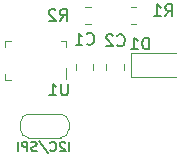
<source format=gbr>
%TF.GenerationSoftware,KiCad,Pcbnew,7.0.7-7.0.7~ubuntu23.04.1*%
%TF.CreationDate,2023-09-21T08:09:45+00:00*%
%TF.ProjectId,ALTIMET02,414c5449-4d45-4543-9032-2e6b69636164,rev?*%
%TF.SameCoordinates,Original*%
%TF.FileFunction,Legend,Bot*%
%TF.FilePolarity,Positive*%
%FSLAX46Y46*%
G04 Gerber Fmt 4.6, Leading zero omitted, Abs format (unit mm)*
G04 Created by KiCad (PCBNEW 7.0.7-7.0.7~ubuntu23.04.1) date 2023-09-21 08:09:45*
%MOMM*%
%LPD*%
G01*
G04 APERTURE LIST*
%ADD10C,0.150000*%
%ADD11C,0.120000*%
G04 APERTURE END LIST*
D10*
X132771427Y-115762295D02*
X132771427Y-114962295D01*
X132428571Y-115038485D02*
X132390475Y-115000390D01*
X132390475Y-115000390D02*
X132314285Y-114962295D01*
X132314285Y-114962295D02*
X132123809Y-114962295D01*
X132123809Y-114962295D02*
X132047618Y-115000390D01*
X132047618Y-115000390D02*
X132009523Y-115038485D01*
X132009523Y-115038485D02*
X131971428Y-115114676D01*
X131971428Y-115114676D02*
X131971428Y-115190866D01*
X131971428Y-115190866D02*
X132009523Y-115305152D01*
X132009523Y-115305152D02*
X132466666Y-115762295D01*
X132466666Y-115762295D02*
X131971428Y-115762295D01*
X131171427Y-115686104D02*
X131209523Y-115724200D01*
X131209523Y-115724200D02*
X131323808Y-115762295D01*
X131323808Y-115762295D02*
X131399999Y-115762295D01*
X131399999Y-115762295D02*
X131514285Y-115724200D01*
X131514285Y-115724200D02*
X131590475Y-115648009D01*
X131590475Y-115648009D02*
X131628570Y-115571819D01*
X131628570Y-115571819D02*
X131666666Y-115419438D01*
X131666666Y-115419438D02*
X131666666Y-115305152D01*
X131666666Y-115305152D02*
X131628570Y-115152771D01*
X131628570Y-115152771D02*
X131590475Y-115076580D01*
X131590475Y-115076580D02*
X131514285Y-115000390D01*
X131514285Y-115000390D02*
X131399999Y-114962295D01*
X131399999Y-114962295D02*
X131323808Y-114962295D01*
X131323808Y-114962295D02*
X131209523Y-115000390D01*
X131209523Y-115000390D02*
X131171427Y-115038485D01*
X130257142Y-114924200D02*
X130942856Y-115952771D01*
X130028571Y-115724200D02*
X129914285Y-115762295D01*
X129914285Y-115762295D02*
X129723809Y-115762295D01*
X129723809Y-115762295D02*
X129647618Y-115724200D01*
X129647618Y-115724200D02*
X129609523Y-115686104D01*
X129609523Y-115686104D02*
X129571428Y-115609914D01*
X129571428Y-115609914D02*
X129571428Y-115533723D01*
X129571428Y-115533723D02*
X129609523Y-115457533D01*
X129609523Y-115457533D02*
X129647618Y-115419438D01*
X129647618Y-115419438D02*
X129723809Y-115381342D01*
X129723809Y-115381342D02*
X129876190Y-115343247D01*
X129876190Y-115343247D02*
X129952380Y-115305152D01*
X129952380Y-115305152D02*
X129990475Y-115267057D01*
X129990475Y-115267057D02*
X130028571Y-115190866D01*
X130028571Y-115190866D02*
X130028571Y-115114676D01*
X130028571Y-115114676D02*
X129990475Y-115038485D01*
X129990475Y-115038485D02*
X129952380Y-115000390D01*
X129952380Y-115000390D02*
X129876190Y-114962295D01*
X129876190Y-114962295D02*
X129685713Y-114962295D01*
X129685713Y-114962295D02*
X129571428Y-115000390D01*
X129228570Y-115762295D02*
X129228570Y-114962295D01*
X129228570Y-114962295D02*
X128923808Y-114962295D01*
X128923808Y-114962295D02*
X128847618Y-115000390D01*
X128847618Y-115000390D02*
X128809523Y-115038485D01*
X128809523Y-115038485D02*
X128771427Y-115114676D01*
X128771427Y-115114676D02*
X128771427Y-115228961D01*
X128771427Y-115228961D02*
X128809523Y-115305152D01*
X128809523Y-115305152D02*
X128847618Y-115343247D01*
X128847618Y-115343247D02*
X128923808Y-115381342D01*
X128923808Y-115381342D02*
X129228570Y-115381342D01*
X128428570Y-115762295D02*
X128428570Y-114962295D01*
X140919166Y-104340819D02*
X141252499Y-103864628D01*
X141490594Y-104340819D02*
X141490594Y-103340819D01*
X141490594Y-103340819D02*
X141109642Y-103340819D01*
X141109642Y-103340819D02*
X141014404Y-103388438D01*
X141014404Y-103388438D02*
X140966785Y-103436057D01*
X140966785Y-103436057D02*
X140919166Y-103531295D01*
X140919166Y-103531295D02*
X140919166Y-103674152D01*
X140919166Y-103674152D02*
X140966785Y-103769390D01*
X140966785Y-103769390D02*
X141014404Y-103817009D01*
X141014404Y-103817009D02*
X141109642Y-103864628D01*
X141109642Y-103864628D02*
X141490594Y-103864628D01*
X139966785Y-104340819D02*
X140538213Y-104340819D01*
X140252499Y-104340819D02*
X140252499Y-103340819D01*
X140252499Y-103340819D02*
X140347737Y-103483676D01*
X140347737Y-103483676D02*
X140442975Y-103578914D01*
X140442975Y-103578914D02*
X140538213Y-103626533D01*
X136854066Y-106785580D02*
X136901685Y-106833200D01*
X136901685Y-106833200D02*
X137044542Y-106880819D01*
X137044542Y-106880819D02*
X137139780Y-106880819D01*
X137139780Y-106880819D02*
X137282637Y-106833200D01*
X137282637Y-106833200D02*
X137377875Y-106737961D01*
X137377875Y-106737961D02*
X137425494Y-106642723D01*
X137425494Y-106642723D02*
X137473113Y-106452247D01*
X137473113Y-106452247D02*
X137473113Y-106309390D01*
X137473113Y-106309390D02*
X137425494Y-106118914D01*
X137425494Y-106118914D02*
X137377875Y-106023676D01*
X137377875Y-106023676D02*
X137282637Y-105928438D01*
X137282637Y-105928438D02*
X137139780Y-105880819D01*
X137139780Y-105880819D02*
X137044542Y-105880819D01*
X137044542Y-105880819D02*
X136901685Y-105928438D01*
X136901685Y-105928438D02*
X136854066Y-105976057D01*
X136473113Y-105976057D02*
X136425494Y-105928438D01*
X136425494Y-105928438D02*
X136330256Y-105880819D01*
X136330256Y-105880819D02*
X136092161Y-105880819D01*
X136092161Y-105880819D02*
X135996923Y-105928438D01*
X135996923Y-105928438D02*
X135949304Y-105976057D01*
X135949304Y-105976057D02*
X135901685Y-106071295D01*
X135901685Y-106071295D02*
X135901685Y-106166533D01*
X135901685Y-106166533D02*
X135949304Y-106309390D01*
X135949304Y-106309390D02*
X136520732Y-106880819D01*
X136520732Y-106880819D02*
X135901685Y-106880819D01*
X132661904Y-110054819D02*
X132661904Y-110864342D01*
X132661904Y-110864342D02*
X132614285Y-110959580D01*
X132614285Y-110959580D02*
X132566666Y-111007200D01*
X132566666Y-111007200D02*
X132471428Y-111054819D01*
X132471428Y-111054819D02*
X132280952Y-111054819D01*
X132280952Y-111054819D02*
X132185714Y-111007200D01*
X132185714Y-111007200D02*
X132138095Y-110959580D01*
X132138095Y-110959580D02*
X132090476Y-110864342D01*
X132090476Y-110864342D02*
X132090476Y-110054819D01*
X131090476Y-111054819D02*
X131661904Y-111054819D01*
X131376190Y-111054819D02*
X131376190Y-110054819D01*
X131376190Y-110054819D02*
X131471428Y-110197676D01*
X131471428Y-110197676D02*
X131566666Y-110292914D01*
X131566666Y-110292914D02*
X131661904Y-110340533D01*
X139538094Y-107154819D02*
X139538094Y-106154819D01*
X139538094Y-106154819D02*
X139299999Y-106154819D01*
X139299999Y-106154819D02*
X139157142Y-106202438D01*
X139157142Y-106202438D02*
X139061904Y-106297676D01*
X139061904Y-106297676D02*
X139014285Y-106392914D01*
X139014285Y-106392914D02*
X138966666Y-106583390D01*
X138966666Y-106583390D02*
X138966666Y-106726247D01*
X138966666Y-106726247D02*
X139014285Y-106916723D01*
X139014285Y-106916723D02*
X139061904Y-107011961D01*
X139061904Y-107011961D02*
X139157142Y-107107200D01*
X139157142Y-107107200D02*
X139299999Y-107154819D01*
X139299999Y-107154819D02*
X139538094Y-107154819D01*
X138014285Y-107154819D02*
X138585713Y-107154819D01*
X138299999Y-107154819D02*
X138299999Y-106154819D01*
X138299999Y-106154819D02*
X138395237Y-106297676D01*
X138395237Y-106297676D02*
X138490475Y-106392914D01*
X138490475Y-106392914D02*
X138585713Y-106440533D01*
X131992666Y-104754819D02*
X132325999Y-104278628D01*
X132564094Y-104754819D02*
X132564094Y-103754819D01*
X132564094Y-103754819D02*
X132183142Y-103754819D01*
X132183142Y-103754819D02*
X132087904Y-103802438D01*
X132087904Y-103802438D02*
X132040285Y-103850057D01*
X132040285Y-103850057D02*
X131992666Y-103945295D01*
X131992666Y-103945295D02*
X131992666Y-104088152D01*
X131992666Y-104088152D02*
X132040285Y-104183390D01*
X132040285Y-104183390D02*
X132087904Y-104231009D01*
X132087904Y-104231009D02*
X132183142Y-104278628D01*
X132183142Y-104278628D02*
X132564094Y-104278628D01*
X131611713Y-103850057D02*
X131564094Y-103802438D01*
X131564094Y-103802438D02*
X131468856Y-103754819D01*
X131468856Y-103754819D02*
X131230761Y-103754819D01*
X131230761Y-103754819D02*
X131135523Y-103802438D01*
X131135523Y-103802438D02*
X131087904Y-103850057D01*
X131087904Y-103850057D02*
X131040285Y-103945295D01*
X131040285Y-103945295D02*
X131040285Y-104040533D01*
X131040285Y-104040533D02*
X131087904Y-104183390D01*
X131087904Y-104183390D02*
X131659332Y-104754819D01*
X131659332Y-104754819D02*
X131040285Y-104754819D01*
X134266666Y-106659580D02*
X134314285Y-106707200D01*
X134314285Y-106707200D02*
X134457142Y-106754819D01*
X134457142Y-106754819D02*
X134552380Y-106754819D01*
X134552380Y-106754819D02*
X134695237Y-106707200D01*
X134695237Y-106707200D02*
X134790475Y-106611961D01*
X134790475Y-106611961D02*
X134838094Y-106516723D01*
X134838094Y-106516723D02*
X134885713Y-106326247D01*
X134885713Y-106326247D02*
X134885713Y-106183390D01*
X134885713Y-106183390D02*
X134838094Y-105992914D01*
X134838094Y-105992914D02*
X134790475Y-105897676D01*
X134790475Y-105897676D02*
X134695237Y-105802438D01*
X134695237Y-105802438D02*
X134552380Y-105754819D01*
X134552380Y-105754819D02*
X134457142Y-105754819D01*
X134457142Y-105754819D02*
X134314285Y-105802438D01*
X134314285Y-105802438D02*
X134266666Y-105850057D01*
X133314285Y-106754819D02*
X133885713Y-106754819D01*
X133599999Y-106754819D02*
X133599999Y-105754819D01*
X133599999Y-105754819D02*
X133695237Y-105897676D01*
X133695237Y-105897676D02*
X133790475Y-105992914D01*
X133790475Y-105992914D02*
X133885713Y-106040533D01*
D11*
%TO.C,R1*%
X137985436Y-103565000D02*
X138439564Y-103565000D01*
X137985436Y-105035000D02*
X138439564Y-105035000D01*
%TO.C,C2*%
X135917000Y-108873252D02*
X135917000Y-108350748D01*
X137387000Y-108873252D02*
X137387000Y-108350748D01*
%TO.C,U1*%
X127346400Y-109772400D02*
X127846400Y-109772400D01*
X132546400Y-109672400D02*
X132546400Y-108722400D01*
X127346400Y-109272400D02*
X127346400Y-109772400D01*
X132546400Y-106972400D02*
X132546400Y-106472400D01*
X127346400Y-106472400D02*
X127346400Y-106972400D01*
X127846400Y-106472400D02*
X127346400Y-106472400D01*
X132546400Y-106472400D02*
X132046400Y-106472400D01*
%TO.C,D1*%
X137990000Y-107458000D02*
X141850000Y-107458000D01*
X137990000Y-109458000D02*
X137990000Y-107458000D01*
X137990000Y-109458000D02*
X141850000Y-109458000D01*
%TO.C,R2*%
X134593064Y-105035000D02*
X134138936Y-105035000D01*
X134593064Y-103565000D02*
X134138936Y-103565000D01*
%TO.C,C1*%
X133341600Y-108873252D02*
X133341600Y-108350748D01*
X134811600Y-108873252D02*
X134811600Y-108350748D01*
%TO.C,JP1*%
X132750000Y-113926000D02*
X132750000Y-113326000D01*
X132100000Y-112626000D02*
X129300000Y-112626000D01*
X129300000Y-114626000D02*
X132100000Y-114626000D01*
X128650000Y-113326000D02*
X128650000Y-113926000D01*
X132050000Y-114626000D02*
G75*
G03*
X132750000Y-113926000I1J699999D01*
G01*
X132750000Y-113326000D02*
G75*
G03*
X132050000Y-112626000I-699999J1D01*
G01*
X128650000Y-113926000D02*
G75*
G03*
X129350000Y-114626000I700000J0D01*
G01*
X129350000Y-112626000D02*
G75*
G03*
X128650000Y-113326000I0J-700000D01*
G01*
%TD*%
M02*

</source>
